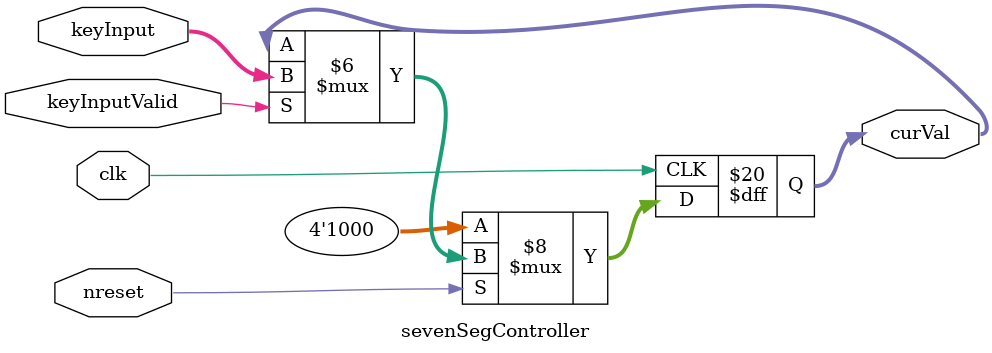
<source format=sv>
/*
* File Author: Vikram Krishna (vkrishna@hmc.edu)
* File Created: September 14, 2024
* Summary: Manage and store keypad inputs
*/

module sevenSegController (
    input logic clk,
    nreset,
    keyInputValid,
    input logic [3:0] keyInput,
    output logic [3:0] curVal
);

  logic [3:0] valBuffer;
  typedef enum logic [1:0] {
    WAITING,
    INPUT,
    HOLD
  } fsmstates_t;

  fsmstates_t curState, nextState;

  logic [3:0] valueBuffer;

  always_ff @(posedge clk) begin : stateController
    if (~nreset) begin
      curState  <= WAITING;
      nextState <= WAITING;
      curVal    <= 4'h8;
    end else begin
      case (curState)
        WAITING: nextState <= keyInputValid ? INPUT : WAITING;
        INPUT:   nextState <= keyInputValid ? HOLD : WAITING;
        HOLD:    nextState <= keyInputValid ? HOLD : WAITING;
      endcase
      curState <= nextState;
      curVal   <= keyInputValid ? keyInput : curVal;
    end
  end


endmodule

</source>
